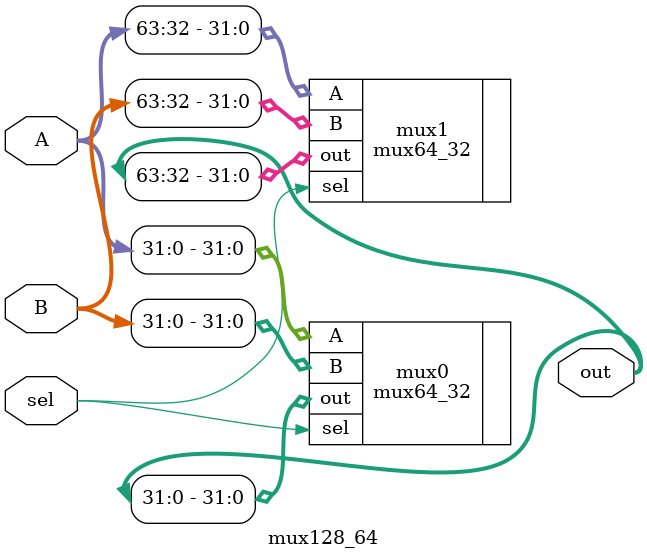
<source format=v>
module mux128_64 (A, B, sel, out);

    input [63:0] A;
    input [63:0] B;
    input sel;
    
    output [63:0] out;
    
    mux64_32 mux0 (.A(A[31:0]), .B(B[31:0]), .sel(sel), .out(out[31:0]));
    mux64_32 mux1 (.A(A[63:32]), .B(B[63:32]), .sel(sel), .out(out[63:32]));
    
endmodule

</source>
